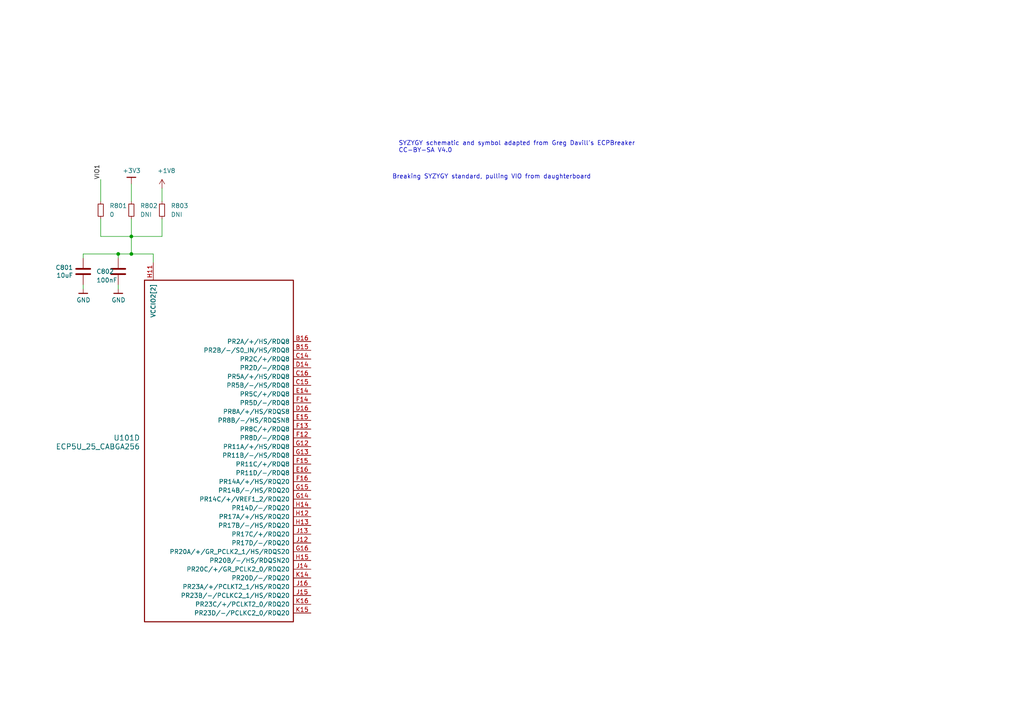
<source format=kicad_sch>
(kicad_sch (version 20201015) (generator eeschema)
  (paper "A4")
  (lib_symbols
    (symbol "Device:C" (pin_numbers hide) (pin_names (offset 0.254))
      (property "Reference" "C" (at 0.635 2.54 0))
      (property "Value" "C" (at 0.635 -2.54 0))
      (symbol "C_0_1"
        (polyline (pts (xy -2.032 -0.762) (xy 2.032 -0.762)) (stroke (width 0.508)))
        (polyline (pts (xy -2.032 0.762) (xy 2.032 0.762)) (stroke (width 0.508)))
      )
      (symbol "C_1_1"
        (pin passive line (at 0 3.81 270) (length 2.794) (name "~") (number "1"))
        (pin passive line (at 0 -3.81 90) (length 2.794) (name "~") (number "2"))
      )
    )
    (symbol "Device:R_Small" (pin_numbers hide) (pin_names (offset 0.254) hide)
      (property "Reference" "R" (at 0.762 0.508 0))
      (property "Value" "R_Small" (at 0.762 -1.016 0))
      (symbol "R_Small_0_1"
        (rectangle (start -0.762 1.778) (end 0.762 -1.778) (stroke (width 0.2032)))
      )
      (symbol "R_Small_1_1"
        (pin passive line (at 0 2.54 270) (length 0.762) (name "~") (number "1"))
        (pin passive line (at 0 -2.54 90) (length 0.762) (name "~") (number "2"))
      )
    )
    (symbol "Lattice_ECP5:ECP5U_25_CABGA256" (pin_names (offset 1.016))
      (property "Reference" "U" (at 3.81 6.35 0))
      (property "Value" "ECP5U_25_CABGA256" (at 3.81 3.81 0))
      (symbol "ECP5U_25_CABGA256_1_1"
        (rectangle (start 5.08 17.78) (end 12.7 -10.16) (stroke (width 0.3048)))
        (pin power_in line (at 7.62 -15.24 90) (length 5.08) (name "GND[27]") (number "A16"))
        (pin power_in line (at 7.62 -15.24 90) (length 5.08) (name "GND[27]") (number "H16"))
        (pin power_in line (at 7.62 -15.24 90) (length 5.08) (name "GND[27]") (number "T16"))
        (pin power_in line (at 7.62 -15.24 90) (length 5.08) (name "GND[27]") (number "D15"))
        (pin power_in line (at 7.62 -15.24 90) (length 5.08) (name "GND[27]") (number "N15"))
        (pin power_in line (at 7.62 -15.24 90) (length 5.08) (name "GND[27]") (number "T12"))
        (pin power_in line (at 7.62 -15.24 90) (length 5.08) (name "GND[27]") (number "G10"))
        (pin power_in line (at 7.62 -15.24 90) (length 5.08) (name "GND[27]") (number "H10"))
        (pin power_in line (at 7.62 -15.24 90) (length 5.08) (name "GND[27]") (number "J10"))
        (pin power_in line (at 7.62 -15.24 90) (length 5.08) (name "GND[27]") (number "K10"))
        (pin power_in line (at 7.62 -15.24 90) (length 5.08) (name "GND[27]") (number "F9"))
        (pin power_in line (at 7.62 -15.24 90) (length 5.08) (name "GND[27]") (number "H9"))
        (pin power_in line (at 7.62 -15.24 90) (length 5.08) (name "GND[27]") (number "J9"))
        (pin power_in line (at 7.62 -15.24 90) (length 5.08) (name "GND[27]") (number "K9"))
        (pin power_in line (at 7.62 -15.24 90) (length 5.08) (name "GND[27]") (number "F8"))
        (pin power_in line (at 7.62 -15.24 90) (length 5.08) (name "GND[27]") (number "G8"))
        (pin power_in line (at 7.62 -15.24 90) (length 5.08) (name "GND[27]") (number "H8"))
        (pin power_in line (at 7.62 -15.24 90) (length 5.08) (name "GND[27]") (number "J8"))
        (pin power_in line (at 7.62 -15.24 90) (length 5.08) (name "GND[27]") (number "K8"))
        (pin power_in line (at 7.62 -15.24 90) (length 5.08) (name "GND[27]") (number "K7"))
        (pin power_in line (at 7.62 -15.24 90) (length 5.08) (name "GND[27]") (number "K6"))
        (pin power_in line (at 7.62 -15.24 90) (length 5.08) (name "GND[27]") (number "T5"))
        (pin power_in line (at 7.62 -15.24 90) (length 5.08) (name "GND[27]") (number "D2"))
        (pin power_in line (at 7.62 -15.24 90) (length 5.08) (name "GND[27]") (number "N2"))
        (pin power_in line (at 7.62 -15.24 90) (length 5.08) (name "GND[27]") (number "A1"))
        (pin power_in line (at 7.62 -15.24 90) (length 5.08) (name "GND[27]") (number "H1"))
        (pin power_in line (at 7.62 -15.24 90) (length 5.08) (name "GND[27]") (number "T1"))
        (pin power_in line (at 10.16 22.86 270) (length 5.08) (name "VCC[6]") (number "L10"))
        (pin power_in line (at 10.16 22.86 270) (length 5.08) (name "VCC[6]") (number "G9"))
        (pin power_in line (at 10.16 22.86 270) (length 5.08) (name "VCC[6]") (number "L9"))
        (pin power_in line (at 10.16 22.86 270) (length 5.08) (name "VCC[6]") (number "L8"))
        (pin power_in line (at 10.16 22.86 270) (length 5.08) (name "VCC[6]") (number "G7"))
        (pin power_in line (at 10.16 22.86 270) (length 5.08) (name "VCC[6]") (number "G6"))
        (pin power_in line (at 7.62 22.86 270) (length 5.08) (name "VCCAUX[2]") (number "G11"))
        (pin power_in line (at 7.62 22.86 270) (length 5.08) (name "VCCAUX[2]") (number "L7"))
      )
      (symbol "ECP5U_25_CABGA256_2_1"
        (rectangle (start 5.08 17.78) (end 35.56 -60.96) (stroke (width 0.3048)))
        (pin bidirectional line (at 0 0 0) (length 5.08) (name "PT4A/+") (number "A2"))
        (pin bidirectional line (at 0 -2.54 0) (length 5.08) (name "PT4B/-") (number "B3"))
        (pin bidirectional line (at 0 -5.08 0) (length 5.08) (name "PT6A/+") (number "A3"))
        (pin bidirectional line (at 0 -7.62 0) (length 5.08) (name "PT6B/-") (number "A4"))
        (pin bidirectional line (at 0 -10.16 0) (length 5.08) (name "PT9A/+") (number "E4"))
        (pin bidirectional line (at 0 -12.7 0) (length 5.08) (name "PT9B/-") (number "D4"))
        (pin bidirectional line (at 0 -15.24 0) (length 5.08) (name "PT11A/+") (number "C4"))
        (pin bidirectional line (at 0 -17.78 0) (length 5.08) (name "PT11B/-") (number "B4"))
        (pin bidirectional line (at 0 -20.32 0) (length 5.08) (name "PT13A/+") (number "E5"))
        (pin bidirectional line (at 0 -22.86 0) (length 5.08) (name "PT13B/-") (number "D5"))
        (pin bidirectional line (at 0 -25.4 0) (length 5.08) (name "PT15A/+") (number "C5"))
        (pin bidirectional line (at 0 -27.94 0) (length 5.08) (name "PT15B/-") (number "B5"))
        (pin bidirectional line (at 0 -30.48 0) (length 5.08) (name "PT18A/+") (number "A5"))
        (pin bidirectional line (at 0 -33.02 0) (length 5.08) (name "PT18B/-") (number "A6"))
        (pin bidirectional line (at 0 -35.56 0) (length 5.08) (name "PT20A/+") (number "E6"))
        (pin bidirectional line (at 0 -38.1 0) (length 5.08) (name "PT20B/-") (number "D6"))
        (pin bidirectional line (at 0 -40.64 0) (length 5.08) (name "PT22A/+") (number "C6"))
        (pin bidirectional line (at 0 -43.18 0) (length 5.08) (name "PT22B/-") (number "B6"))
        (pin bidirectional line (at 0 -45.72 0) (length 5.08) (name "PT24A/+/GR_PCLK0_1") (number "E7"))
        (pin bidirectional line (at 0 -48.26 0) (length 5.08) (name "PT24B/-/GR_PCLK0_0") (number "D7"))
        (pin bidirectional line (at 0 -50.8 0) (length 5.08) (name "PT27A/+/PCLKT0_1") (number "C7"))
        (pin bidirectional line (at 0 -53.34 0) (length 5.08) (name "PT27B/-/PCLKC0_1") (number "B7"))
        (pin bidirectional line (at 0 -55.88 0) (length 5.08) (name "PT29A/+/PCLKT0_0") (number "A7"))
        (pin bidirectional line (at 0 -58.42 0) (length 5.08) (name "PT29B/-/PCLKC0_0") (number "A8"))
        (pin power_in line (at 33.02 22.86 270) (length 5.08) (name "VCCIO0[2]") (number "F7"))
        (pin power_in line (at 33.02 22.86 270) (length 5.08) (name "VCCIO0[2]") (number "F6"))
      )
      (symbol "ECP5U_25_CABGA256_3_1"
        (rectangle (start 5.08 17.78) (end 35.56 -81.28) (stroke (width 0.3048)))
        (pin bidirectional line (at 0 0 0) (length 5.08) (name "PT33A/+/PCLKT1_1") (number "E8"))
        (pin bidirectional line (at 0 -2.54 0) (length 5.08) (name "PT33B/-/PCLKC1_1") (number "D8"))
        (pin bidirectional line (at 0 -5.08 0) (length 5.08) (name "PT35A/+/PCLKT1_0") (number "C8"))
        (pin bidirectional line (at 0 -7.62 0) (length 5.08) (name "PT35B/-/PCLKC1_0") (number "B8"))
        (pin bidirectional line (at 0 -10.16 0) (length 5.08) (name "PT38A/+/GR_PCLK1_0") (number "B9"))
        (pin bidirectional line (at 0 -12.7 0) (length 5.08) (name "PT38B/-/GR_PCLK1_1") (number "C9"))
        (pin bidirectional line (at 0 -15.24 0) (length 5.08) (name "PT40A/+") (number "D9"))
        (pin bidirectional line (at 0 -17.78 0) (length 5.08) (name "PT40B/-") (number "E9"))
        (pin bidirectional line (at 0 -20.32 0) (length 5.08) (name "PT42A/+") (number "A9"))
        (pin bidirectional line (at 0 -22.86 0) (length 5.08) (name "PT42B/-") (number "A10"))
        (pin bidirectional line (at 0 -25.4 0) (length 5.08) (name "PT44A/+") (number "B10"))
        (pin bidirectional line (at 0 -27.94 0) (length 5.08) (name "PT44B/-") (number "C10"))
        (pin bidirectional line (at 0 -30.48 0) (length 5.08) (name "PT47A/+") (number "D10"))
        (pin bidirectional line (at 0 -33.02 0) (length 5.08) (name "PT47B/-") (number "E10"))
        (pin bidirectional line (at 0 -35.56 0) (length 5.08) (name "PT49A/+") (number "B11"))
        (pin bidirectional line (at 0 -38.1 0) (length 5.08) (name "PT49B/-") (number "C11"))
        (pin bidirectional line (at 0 -40.64 0) (length 5.08) (name "PT51A/+") (number "D11"))
        (pin bidirectional line (at 0 -43.18 0) (length 5.08) (name "PT51B/-") (number "E11"))
        (pin bidirectional line (at 0 -45.72 0) (length 5.08) (name "PT53A/+") (number "A11"))
        (pin bidirectional line (at 0 -48.26 0) (length 5.08) (name "PT53B/-") (number "A12"))
        (pin bidirectional line (at 0 -50.8 0) (length 5.08) (name "PT56A/+") (number "B12"))
        (pin bidirectional line (at 0 -53.34 0) (length 5.08) (name "PT56B/-") (number "C12"))
        (pin bidirectional line (at 0 -55.88 0) (length 5.08) (name "PT58A/+") (number "D12"))
        (pin bidirectional line (at 0 -58.42 0) (length 5.08) (name "PT58B/-") (number "E12"))
        (pin bidirectional line (at 0 -60.96 0) (length 5.08) (name "PT60A/+") (number "B13"))
        (pin bidirectional line (at 0 -63.5 0) (length 5.08) (name "PT60B/-") (number "C13"))
        (pin bidirectional line (at 0 -66.04 0) (length 5.08) (name "PT62A/+") (number "D13"))
        (pin bidirectional line (at 0 -68.58 0) (length 5.08) (name "PT62B/-") (number "E13"))
        (pin bidirectional line (at 0 -71.12 0) (length 5.08) (name "PT65A/+") (number "A13"))
        (pin bidirectional line (at 0 -73.66 0) (length 5.08) (name "PT65B/-") (number "A14"))
        (pin bidirectional line (at 0 -76.2 0) (length 5.08) (name "PT67A/+") (number "B14"))
        (pin bidirectional line (at 0 -78.74 0) (length 5.08) (name "PT67B/-") (number "A15"))
        (pin power_in line (at 33.02 22.86 270) (length 5.08) (name "VCCIO1[2]") (number "F11"))
        (pin power_in line (at 33.02 22.86 270) (length 5.08) (name "VCCIO1[2]") (number "F10"))
      )
      (symbol "ECP5U_25_CABGA256_4_1"
        (rectangle (start 5.08 17.78) (end 48.26 -81.28) (stroke (width 0.3048)))
        (pin bidirectional line (at 0 0 0) (length 5.08) (name "PR2A/+/HS/RDQ8") (number "B16"))
        (pin bidirectional line (at 0 -2.54 0) (length 5.08) (name "PR2B/-/S0_IN/HS/RDQ8") (number "B15"))
        (pin bidirectional line (at 0 -5.08 0) (length 5.08) (name "PR2C/+/RDQ8") (number "C14"))
        (pin bidirectional line (at 0 -7.62 0) (length 5.08) (name "PR2D/-/RDQ8") (number "D14"))
        (pin bidirectional line (at 0 -10.16 0) (length 5.08) (name "PR5A/+/HS/RDQ8") (number "C16"))
        (pin bidirectional line (at 0 -12.7 0) (length 5.08) (name "PR5B/-/HS/RDQ8") (number "C15"))
        (pin bidirectional line (at 0 -15.24 0) (length 5.08) (name "PR5C/+/RDQ8") (number "E14"))
        (pin bidirectional line (at 0 -17.78 0) (length 5.08) (name "PR5D/-/RDQ8") (number "F14"))
        (pin bidirectional line (at 0 -20.32 0) (length 5.08) (name "PR8A/+/HS/RDQS8") (number "D16"))
        (pin bidirectional line (at 0 -22.86 0) (length 5.08) (name "PR8B/-/HS/RDQSN8") (number "E15"))
        (pin bidirectional line (at 0 -25.4 0) (length 5.08) (name "PR8C/+/RDQ8") (number "F13"))
        (pin bidirectional line (at 0 -27.94 0) (length 5.08) (name "PR8D/-/RDQ8") (number "F12"))
        (pin bidirectional line (at 0 -30.48 0) (length 5.08) (name "PR11A/+/HS/RDQ8") (number "G12"))
        (pin bidirectional line (at 0 -33.02 0) (length 5.08) (name "PR11B/-/HS/RDQ8") (number "G13"))
        (pin bidirectional line (at 0 -35.56 0) (length 5.08) (name "PR11C/+/RDQ8") (number "F15"))
        (pin bidirectional line (at 0 -38.1 0) (length 5.08) (name "PR11D/-/RDQ8") (number "E16"))
        (pin bidirectional line (at 0 -40.64 0) (length 5.08) (name "PR14A/+/HS/RDQ20") (number "F16"))
        (pin bidirectional line (at 0 -43.18 0) (length 5.08) (name "PR14B/-/HS/RDQ20") (number "G15"))
        (pin bidirectional line (at 0 -45.72 0) (length 5.08) (name "PR14C/+/VREF1_2/RDQ20") (number "G14"))
        (pin bidirectional line (at 0 -48.26 0) (length 5.08) (name "PR14D/-/RDQ20") (number "H14"))
        (pin bidirectional line (at 0 -50.8 0) (length 5.08) (name "PR17A/+/HS/RDQ20") (number "H12"))
        (pin bidirectional line (at 0 -53.34 0) (length 5.08) (name "PR17B/-/HS/RDQ20") (number "H13"))
        (pin bidirectional line (at 0 -55.88 0) (length 5.08) (name "PR17C/+/RDQ20") (number "J13"))
        (pin bidirectional line (at 0 -58.42 0) (length 5.08) (name "PR17D/-/RDQ20") (number "J12"))
        (pin bidirectional line (at 0 -60.96 0) (length 5.08) (name "PR20A/+/GR_PCLK2_1/HS/RDQS20") (number "G16"))
        (pin bidirectional line (at 0 -63.5 0) (length 5.08) (name "PR20B/-/HS/RDQSN20") (number "H15"))
        (pin bidirectional line (at 0 -66.04 0) (length 5.08) (name "PR20C/+/GR_PCLK2_0/RDQ20") (number "J14"))
        (pin bidirectional line (at 0 -68.58 0) (length 5.08) (name "PR20D/-/RDQ20") (number "K14"))
        (pin bidirectional line (at 0 -71.12 0) (length 5.08) (name "PR23A/+/PCLKT2_1/HS/RDQ20") (number "J16"))
        (pin bidirectional line (at 0 -73.66 0) (length 5.08) (name "PR23B/-/PCLKC2_1/HS/RDQ20") (number "J15"))
        (pin bidirectional line (at 0 -76.2 0) (length 5.08) (name "PR23C/+/PCLKT2_0/RDQ20") (number "K16"))
        (pin bidirectional line (at 0 -78.74 0) (length 5.08) (name "PR23D/-/PCLKC2_0/RDQ20") (number "K15"))
        (pin power_in line (at 45.72 22.86 270) (length 5.08) (name "VCCIO2[2]") (number "H11"))
        (pin power_in line (at 45.72 22.86 270) (length 5.08) (name "VCCIO2[2]") (number "J11"))
      )
      (symbol "ECP5U_25_CABGA256_5_1"
        (rectangle (start 5.08 17.78) (end 48.26 -81.28) (stroke (width 0.3048)))
        (pin bidirectional line (at 0 0 0) (length 5.08) (name "PR26A/+/PCLKT3_1/HS/RDQ32") (number "L16"))
        (pin bidirectional line (at 0 -2.54 0) (length 5.08) (name "PR26B/-/PCLKC3_1/HS/RDQ32") (number "L15"))
        (pin bidirectional line (at 0 -5.08 0) (length 5.08) (name "PR26C/+/PCLKT3_0/RDQ32") (number "M16"))
        (pin bidirectional line (at 0 -7.62 0) (length 5.08) (name "PR26D/-/PCLKC3_0/RDQ32") (number "M15"))
        (pin bidirectional line (at 0 -10.16 0) (length 5.08) (name "PR29A/+/GR_PCLK3_0/HS/RDQ32") (number "K13"))
        (pin bidirectional line (at 0 -12.7 0) (length 5.08) (name "PR29B/-/HS/RDQ32") (number "K12"))
        (pin bidirectional line (at 0 -15.24 0) (length 5.08) (name "PR29C/+/GR_PCLK3_1/RDQ32") (number "L13"))
        (pin bidirectional line (at 0 -17.78 0) (length 5.08) (name "PR29D/-/RDQ32") (number "L12"))
        (pin bidirectional line (at 0 -20.32 0) (length 5.08) (name "PR32A/+/HS/RDQS32") (number "N16"))
        (pin bidirectional line (at 0 -22.86 0) (length 5.08) (name "PR32B/-/HS/RDQSN32") (number "P15"))
        (pin bidirectional line (at 0 -25.4 0) (length 5.08) (name "PR32C/+/RDQ32") (number "L14"))
        (pin bidirectional line (at 0 -27.94 0) (length 5.08) (name "PR32D/-/RDQ32") (number "M14"))
        (pin bidirectional line (at 0 -30.48 0) (length 5.08) (name "PR35A/+/HS/RDQ32") (number "P16"))
        (pin bidirectional line (at 0 -33.02 0) (length 5.08) (name "PR35B/-/VREF1_3/HS/RDQ32") (number "R16"))
        (pin bidirectional line (at 0 -35.56 0) (length 5.08) (name "PR35C/+/RDQ32") (number "M13"))
        (pin bidirectional line (at 0 -38.1 0) (length 5.08) (name "PR35D/-/RDQ32") (number "N14"))
        (pin bidirectional line (at 0 -40.64 0) (length 5.08) (name "PR38A/+/HS/RDQ44") (number "N13"))
        (pin bidirectional line (at 0 -43.18 0) (length 5.08) (name "PR38B/-/HS/RDQ44") (number "P14"))
        (pin bidirectional line (at 0 -45.72 0) (length 5.08) (name "PR38C/+/RDQ44") (number "R15"))
        (pin bidirectional line (at 0 -48.26 0) (length 5.08) (name "PR38D/-/RDQ44") (number "T15"))
        (pin bidirectional line (at 0 -50.8 0) (length 5.08) (name "PR41A/+/HS/RDQ44") (number "P13"))
        (pin bidirectional line (at 0 -53.34 0) (length 5.08) (name "PR41B/-/HS/RDQ44") (number "R14"))
        (pin bidirectional line (at 0 -55.88 0) (length 5.08) (name "PR41C/+/RDQ44") (number "R13"))
        (pin bidirectional line (at 0 -58.42 0) (length 5.08) (name "PR41D/-/RDQ44") (number "T14"))
        (pin bidirectional line (at 0 -60.96 0) (length 5.08) (name "PR44A/+/HS/RDQS44") (number "R12"))
        (pin bidirectional line (at 0 -63.5 0) (length 5.08) (name "PR44B/-/HS/RDQSN44") (number "T13"))
        (pin bidirectional line (at 0 -66.04 0) (length 5.08) (name "PR44C/+/RDQ44") (number "M12"))
        (pin bidirectional line (at 0 -68.58 0) (length 5.08) (name "PR44D/-/RDQ44") (number "N12"))
        (pin bidirectional line (at 0 -71.12 0) (length 5.08) (name "PR47A/+/HS/RDQ44") (number "M11"))
        (pin bidirectional line (at 0 -73.66 0) (length 5.08) (name "PR47B/-/HS/RDQ44") (number "N11"))
        (pin bidirectional line (at 0 -76.2 0) (length 5.08) (name "PR47C/+/LRC_GPLL0T_IN/RDQ44") (number "P11"))
        (pin bidirectional line (at 0 -78.74 0) (length 5.08) (name "PR47D/-/LRC_GPLL0C_IN/RDQ44") (number "P12"))
        (pin power_in line (at 45.72 22.86 270) (length 5.08) (name "VCCIO3[2]") (number "K11"))
        (pin power_in line (at 45.72 22.86 270) (length 5.08) (name "VCCIO3[2]") (number "L11"))
      )
      (symbol "ECP5U_25_CABGA256_6_1"
        (rectangle (start 5.08 17.78) (end 48.26 -81.28) (stroke (width 0.3048)))
        (pin bidirectional line (at 0 0 0) (length 5.08) (name "PL26A/+/PCLKT6_1/HS/LDQ32") (number "L1"))
        (pin bidirectional line (at 0 -2.54 0) (length 5.08) (name "PL26B/-/PCLKC6_1/HS/LDQ32") (number "L2"))
        (pin bidirectional line (at 0 -5.08 0) (length 5.08) (name "PL26C/+/PCLKT6_0/LDQ32") (number "M1"))
        (pin bidirectional line (at 0 -7.62 0) (length 5.08) (name "PL26D/-/PCLKC6_0/LDQ32") (number "M2"))
        (pin bidirectional line (at 0 -10.16 0) (length 5.08) (name "PL29A/+/GR_PCLK6_0/HS/LDQ32") (number "K4"))
        (pin bidirectional line (at 0 -12.7 0) (length 5.08) (name "PL29B/-/HS/LDQ32") (number "K5"))
        (pin bidirectional line (at 0 -15.24 0) (length 5.08) (name "PL29C/+/GR_PCLK6_1/LDQ32") (number "L4"))
        (pin bidirectional line (at 0 -17.78 0) (length 5.08) (name "PL29D/-/LDQ32") (number "L5"))
        (pin bidirectional line (at 0 -20.32 0) (length 5.08) (name "PL32A/+/HS/LDQS32") (number "N1"))
        (pin bidirectional line (at 0 -22.86 0) (length 5.08) (name "PL32B/-/HS/LDQSN32") (number "P2"))
        (pin bidirectional line (at 0 -25.4 0) (length 5.08) (name "PL32C/+/LDQ32") (number "L3"))
        (pin bidirectional line (at 0 -27.94 0) (length 5.08) (name "PL32D/-/LDQ32") (number "M3"))
        (pin bidirectional line (at 0 -30.48 0) (length 5.08) (name "PL35A/+/HS/LDQ32") (number "P1"))
        (pin bidirectional line (at 0 -33.02 0) (length 5.08) (name "PL35B/-/VREF1_6/HS/LDQ32") (number "R1"))
        (pin bidirectional line (at 0 -35.56 0) (length 5.08) (name "PL35C/+/LDQ32") (number "M4"))
        (pin bidirectional line (at 0 -38.1 0) (length 5.08) (name "PL35D/-/LDQ32") (number "N3"))
        (pin bidirectional line (at 0 -40.64 0) (length 5.08) (name "PL38A/+/HS/LDQ44") (number "N4"))
        (pin bidirectional line (at 0 -43.18 0) (length 5.08) (name "PL38B/-/HS/LDQ44") (number "P3"))
        (pin bidirectional line (at 0 -45.72 0) (length 5.08) (name "PL38C/+/LDQ44") (number "R2"))
        (pin bidirectional line (at 0 -48.26 0) (length 5.08) (name "PL38D/-/LDQ44") (number "T2"))
        (pin bidirectional line (at 0 -50.8 0) (length 5.08) (name "PL41A/+/HS/LDQ44") (number "P4"))
        (pin bidirectional line (at 0 -53.34 0) (length 5.08) (name "PL41B/-/HS/LDQ44") (number "R3"))
        (pin bidirectional line (at 0 -55.88 0) (length 5.08) (name "PL41C/+/LDQ44") (number "R4"))
        (pin bidirectional line (at 0 -58.42 0) (length 5.08) (name "PL41D/-/LDQ44") (number "T3"))
        (pin bidirectional line (at 0 -60.96 0) (length 5.08) (name "PL44A/+/HS/LDQS44") (number "R5"))
        (pin bidirectional line (at 0 -63.5 0) (length 5.08) (name "PL44B/-/HS/LDQSN44") (number "T4"))
        (pin bidirectional line (at 0 -66.04 0) (length 5.08) (name "PL44C/+/LDQ44") (number "M5"))
        (pin bidirectional line (at 0 -68.58 0) (length 5.08) (name "PL44D/-/LDQ44") (number "N5"))
        (pin bidirectional line (at 0 -71.12 0) (length 5.08) (name "PL47A/+/HS/LDQ44") (number "M6"))
        (pin bidirectional line (at 0 -73.66 0) (length 5.08) (name "PL47B/-/HS/LDQ44") (number "N6"))
        (pin bidirectional line (at 0 -76.2 0) (length 5.08) (name "PL47C/+/LLC_GPLL0T_IN/LDQ44") (number "P6"))
        (pin bidirectional line (at 0 -78.74 0) (length 5.08) (name "PL47D/-/LLC_GPLL0C_IN/LDQ44") (number "P5"))
        (pin power_in line (at 45.72 22.86 270) (length 5.08) (name "VCCIO6[2]") (number "J7"))
        (pin power_in line (at 45.72 22.86 270) (length 5.08) (name "VCCIO6[2]") (number "J6"))
      )
      (symbol "ECP5U_25_CABGA256_7_1"
        (rectangle (start 5.08 17.78) (end 48.26 -81.28) (stroke (width 0.3048)))
        (pin bidirectional line (at 0 0 0) (length 5.08) (name "PL2A/+/HS/LDQ8") (number "B1"))
        (pin bidirectional line (at 0 -2.54 0) (length 5.08) (name "PL2B/-/HS/LDQ8") (number "B2"))
        (pin bidirectional line (at 0 -5.08 0) (length 5.08) (name "PL2C/+/LDQ8") (number "C3"))
        (pin bidirectional line (at 0 -7.62 0) (length 5.08) (name "PL2D/-/LDQ8") (number "D3"))
        (pin bidirectional line (at 0 -10.16 0) (length 5.08) (name "PL5A/+/HS/LDQ8") (number "C1"))
        (pin bidirectional line (at 0 -12.7 0) (length 5.08) (name "PL5B/-/HS/LDQ8") (number "C2"))
        (pin bidirectional line (at 0 -15.24 0) (length 5.08) (name "PL5C/+/LDQ8") (number "E3"))
        (pin bidirectional line (at 0 -17.78 0) (length 5.08) (name "PL5D/-/LDQ8") (number "F3"))
        (pin bidirectional line (at 0 -20.32 0) (length 5.08) (name "PL8A/+/HS/LDQS8") (number "D1"))
        (pin bidirectional line (at 0 -22.86 0) (length 5.08) (name "PL8B/-/HS/LDQSN8") (number "E2"))
        (pin bidirectional line (at 0 -25.4 0) (length 5.08) (name "PL8C/+/LDQ8") (number "F4"))
        (pin bidirectional line (at 0 -27.94 0) (length 5.08) (name "PL8D/-/LDQ8") (number "F5"))
        (pin bidirectional line (at 0 -30.48 0) (length 5.08) (name "PL11A/+/HS/LDQ8") (number "G5"))
        (pin bidirectional line (at 0 -33.02 0) (length 5.08) (name "PL11B/-/HS/LDQ8") (number "G4"))
        (pin bidirectional line (at 0 -35.56 0) (length 5.08) (name "PL11C/+/LDQ8") (number "F2"))
        (pin bidirectional line (at 0 -38.1 0) (length 5.08) (name "PL11D/-/LDQ8") (number "E1"))
        (pin bidirectional line (at 0 -40.64 0) (length 5.08) (name "PL14A/+/HS/LDQ20") (number "F1"))
        (pin bidirectional line (at 0 -43.18 0) (length 5.08) (name "PL14B/-/HS/LDQ20") (number "G2"))
        (pin bidirectional line (at 0 -45.72 0) (length 5.08) (name "PL14C/+/VREF1_7/LDQ20") (number "G3"))
        (pin bidirectional line (at 0 -48.26 0) (length 5.08) (name "PL14D/-/LDQ20") (number "H3"))
        (pin bidirectional line (at 0 -50.8 0) (length 5.08) (name "PL17A/+/HS/LDQ20") (number "H5"))
        (pin bidirectional line (at 0 -53.34 0) (length 5.08) (name "PL17B/-/HS/LDQ20") (number "H4"))
        (pin bidirectional line (at 0 -55.88 0) (length 5.08) (name "PL17C/+/LDQ20") (number "J4"))
        (pin bidirectional line (at 0 -58.42 0) (length 5.08) (name "PL17D/-/LDQ20") (number "J5"))
        (pin bidirectional line (at 0 -60.96 0) (length 5.08) (name "PL20A/+/GR_PCLK7_1/HS/LDQS20") (number "G1"))
        (pin bidirectional line (at 0 -63.5 0) (length 5.08) (name "PL20B/-/HS/LDQSN20") (number "H2"))
        (pin bidirectional line (at 0 -66.04 0) (length 5.08) (name "PL20C/+/GR_PCLK7_0/LDQ20") (number "J3"))
        (pin bidirectional line (at 0 -68.58 0) (length 5.08) (name "PL20D/-/LDQ20") (number "K3"))
        (pin bidirectional line (at 0 -71.12 0) (length 5.08) (name "PL23A/+/PCLKT7_1/HS/LDQ20") (number "J1"))
        (pin bidirectional line (at 0 -73.66 0) (length 5.08) (name "PL23B/-/PCLKC7_1/HS/LDQ20") (number "J2"))
        (pin bidirectional line (at 0 -76.2 0) (length 5.08) (name "PL23C/+/PCLKT7_0/LDQ20") (number "K1"))
        (pin bidirectional line (at 0 -78.74 0) (length 5.08) (name "PL23D/-/PCLKC7_0/LDQ20") (number "K2"))
        (pin power_in line (at 45.72 22.86 270) (length 5.08) (name "VCCIO7[2]") (number "H7"))
        (pin power_in line (at 45.72 22.86 270) (length 5.08) (name "VCCIO7[2]") (number "H6"))
      )
      (symbol "ECP5U_25_CABGA256_8_1"
        (rectangle (start 5.08 12.7) (end 53.34 -50.8) (stroke (width 0.3048)))
        (pin bidirectional line (at 0 0 0) (length 5.08) (name "CCLK/MCLK/SCK") (number "N9"))
        (pin bidirectional line (at 0 -2.54 0) (length 5.08) (name "CFG_0") (number "N10"))
        (pin bidirectional line (at 0 -5.08 0) (length 5.08) (name "CFG_1") (number "P10"))
        (pin bidirectional line (at 0 -7.62 0) (length 5.08) (name "CFG_2") (number "R10"))
        (pin bidirectional line (at 0 -10.16 0) (length 5.08) (name "DONE") (number "P9"))
        (pin bidirectional line (at 0 -12.7 0) (length 5.08) (name "INITN") (number "T9"))
        (pin bidirectional line (at 0 -15.24 0) (length 5.08) (name "PB4A/+/D7/IO7") (number "T6"))
        (pin bidirectional line (at 0 -17.78 0) (length 5.08) (name "PB4B/-/D6/IO6") (number "R6"))
        (pin bidirectional line (at 0 -20.32 0) (length 5.08) (name "PB6A/+/D5/MISO2/IO5") (number "R7"))
        (pin bidirectional line (at 0 -22.86 0) (length 5.08) (name "PB6B/-/D4/MOSI2/IO4") (number "P7"))
        (pin bidirectional line (at 0 -25.4 0) (length 5.08) (name "PB9A/+/D3/IO3") (number "N7"))
        (pin bidirectional line (at 0 -27.94 0) (length 5.08) (name "PB9B/-/D2/IO2") (number "M7"))
        (pin bidirectional line (at 0 -30.48 0) (length 5.08) (name "PB11A/+/D1/MISO/IO1") (number "T7"))
        (pin bidirectional line (at 0 -33.02 0) (length 5.08) (name "PB11B/-/D0/MOSI/IO0") (number "T8"))
        (pin bidirectional line (at 0 -35.56 0) (length 5.08) (name "PB13A/+/SN/CSN") (number "R8"))
        (pin bidirectional line (at 0 -38.1 0) (length 5.08) (name "PB13B/-/CS1N") (number "P8"))
        (pin bidirectional line (at 0 -40.64 0) (length 5.08) (name "PB15A/+/HOLDN/DI/BUSY/CSSPIN/CEN") (number "N8"))
        (pin bidirectional line (at 0 -43.18 0) (length 5.08) (name "PB15B/-/DOUT/CSON") (number "M8"))
        (pin bidirectional line (at 0 -45.72 0) (length 5.08) (name "PB18A/WRITEN") (number "M9"))
        (pin bidirectional line (at 0 -48.26 0) (length 5.08) (name "PROGRAMN") (number "R9"))
        (pin power_in line (at 50.8 17.78 270) (length 5.08) (name "VCCIO8") (number "L6"))
      )
      (symbol "ECP5U_25_CABGA256_9_1"
        (rectangle (start 5.08 2.54) (end 12.7 -10.16) (stroke (width 0.3048)))
        (pin bidirectional line (at 0 0 0) (length 5.08) (name "TCK") (number "T10"))
        (pin bidirectional line (at 0 -2.54 0) (length 5.08) (name "TDI") (number "R11"))
        (pin bidirectional line (at 0 -5.08 0) (length 5.08) (name "TDO") (number "M10"))
        (pin bidirectional line (at 0 -7.62 0) (length 5.08) (name "TMS") (number "T11"))
      )
    )
    (symbol "gkl_power:+3V3" (power) (pin_names (offset 0))
      (property "Value" "+3V3" (at 0 3.556 0))
      (symbol "+3V3_0_1"
        (polyline (pts (xy -1.27 1.905) (xy 1.27 1.905)) (stroke (width 0.3048)))
        (polyline (pts (xy 0 0) (xy 0 1.905)))
      )
      (symbol "+3V3_1_1"
        (pin power_in line (at 0 0 90) (length 0) hide (name "+3V3") (number "1"))
      )
    )
    (symbol "gkl_power:GND" (power) (pin_names (offset 0))
      (property "Value" "GND" (at 0 -2.54 0))
      (symbol "GND_0_1"
        (polyline (pts (xy 0 -1.27) (xy 0 0)))
        (polyline (pts (xy 1.27 -1.27) (xy -1.27 -1.27)) (stroke (width 0.3048)))
      )
      (symbol "GND_1_1"
        (pin power_in line (at 0 0 270) (length 0) hide (name "GND") (number "1"))
      )
    )
    (symbol "power:+1V8" (power) (pin_names (offset 0))
      (property "Value" "+1V8" (at 0 3.556 0))
      (symbol "+1V8_0_1"
        (polyline (pts (xy -0.762 1.27) (xy 0 2.54)))
        (polyline (pts (xy 0 0) (xy 0 2.54)))
        (polyline (pts (xy 0 2.54) (xy 0.762 1.27)))
      )
      (symbol "+1V8_1_1"
        (pin power_in line (at 0 0 90) (length 0) hide (name "+1V8") (number "1"))
      )
    )
  )
  (junction (at 34.29 73.66) (diameter 0.9144))
  (junction (at 38.1 68.58) (diameter 0.9144))
  (junction (at 38.1 73.66) (diameter 0.9144))
  (wire (pts (xy 24.13 73.66) (xy 24.13 74.93)))
  (wire (pts (xy 24.13 73.66) (xy 34.29 73.66)))
  (wire (pts (xy 24.13 82.55) (xy 24.13 83.82)))
  (wire (pts (xy 29.21 52.07) (xy 29.21 58.42)))
  (wire (pts (xy 29.21 63.5) (xy 29.21 68.58)))
  (wire (pts (xy 29.21 68.58) (xy 38.1 68.58)))
  (wire (pts (xy 34.29 73.66) (xy 34.29 74.93)))
  (wire (pts (xy 34.29 73.66) (xy 38.1 73.66)))
  (wire (pts (xy 34.29 82.55) (xy 34.29 83.82)))
  (wire (pts (xy 38.1 53.34) (xy 38.1 58.42)))
  (wire (pts (xy 38.1 63.5) (xy 38.1 68.58)))
  (wire (pts (xy 38.1 68.58) (xy 38.1 73.66)))
  (wire (pts (xy 38.1 73.66) (xy 44.45 73.66)))
  (wire (pts (xy 44.45 73.66) (xy 44.45 76.2)))
  (wire (pts (xy 46.99 54.61) (xy 46.99 58.42)))
  (wire (pts (xy 46.99 63.5) (xy 46.99 68.58)))
  (wire (pts (xy 46.99 68.58) (xy 38.1 68.58)))
  (text "SYZYGY schematic and symbol adapted from Greg Davill's ECPBreaker\nCC-BY-SA V4.0" (at 115.57 44.45 0) (effects (font (size 1.27 1.27)) (justify left bottom)))
  (text "Breaking SYZYGY standard, pulling VIO from daughterboard" (at 171.45 52.07 0) (effects (font (size 1.27 1.27)) (justify right bottom)))
  (label "VIO1" (at 29.21 52.07 90))
  (symbol (lib_id "gkl_power:GND") (at 24.13 83.82 0) (unit 1)
    (property "Reference" "#PWR0284" (effects hide))
    (property "Value" "GND" (at 24.2062 87.0204 0))
  )
  (symbol (lib_id "gkl_power:GND") (at 34.29 83.82 0) (unit 1)
    (property "Reference" "#PWR0283" (effects hide))
    (property "Value" "GND" (at 34.3662 87.0204 0))
  )
  (symbol (lib_id "power:+1V8") (at 46.99 54.61 0) (unit 1)
    (property "Reference" "#PWR0285" (effects hide))
    (property "Value" "+1V8" (at 48.26 49.53 0))
  )
  (symbol (lib_id "gkl_power:+3V3") (at 38.1 53.34 0) (unit 1)
    (property "Reference" "#PWR0286" (effects hide))
    (property "Value" "+3V3" (at 38.1762 49.5046 0))
  )
  (symbol (lib_id "Device:R_Small") (at 29.21 60.96 0) (unit 1)
    (property "Reference" "R801" (at 31.75 59.69 0) (effects (justify left)))
    (property "Value" "0" (at 31.75 62.23 0) (effects (justify left)))
    (property "Footprint" "Resistor_SMD:R_0402_1005Metric" (effects hide))
  )
  (symbol (lib_id "Device:R_Small") (at 38.1 60.96 0) (unit 1)
    (property "Reference" "R802" (at 40.64 59.69 0) (effects (justify left)))
    (property "Value" "DNI" (at 40.64 62.23 0) (effects (justify left)))
    (property "Footprint" "Resistor_SMD:R_0402_1005Metric" (effects hide))
  )
  (symbol (lib_id "Device:R_Small") (at 46.99 60.96 0) (unit 1)
    (property "Reference" "R803" (at 49.53 59.69 0) (effects (justify left)))
    (property "Value" "DNI" (at 49.53 62.23 0) (effects (justify left)))
    (property "Footprint" "Resistor_SMD:R_0402_1005Metric" (effects hide))
  )
  (symbol (lib_id "Device:C") (at 24.13 78.74 0) (unit 1)
    (property "Reference" "C801" (at 21.209 77.597 0) (effects (justify right)))
    (property "Value" "10uF" (at 21.209 79.883 0) (effects (justify right)))
    (property "Footprint" "Capacitor_SMD:C_0603_1608Metric" (effects hide))
    (property "Mfg" "Yageo" (effects hide))
    (property "PN" "CC0603KRX5R5BB106" (effects hide))
  )
  (symbol (lib_id "Device:C") (at 34.29 78.74 0) (unit 1)
    (property "Reference" "C802" (at 27.94 78.74 0) (effects (justify left)))
    (property "Value" "100nF" (at 27.94 81.28 0) (effects (justify left)))
    (property "Footprint" "Capacitor_SMD:C_0402_1005Metric" (effects hide))
    (property "Mfg" "Samsung Electro-Mechanics" (effects hide))
    (property "PN" "CL05B104KP5NNNC" (effects hide))
  )
  (symbol (lib_id "Lattice_ECP5:ECP5U_25_CABGA256") (at 90.17 99.06 0) (mirror y) (unit 4)
    (property "Reference" "U101" (at 40.64 127 0) (effects (font (size 1.524 1.524)) (justify left)))
    (property "Value" "ECP5U_25_CABGA256" (at 40.64 129.54 0) (effects (font (size 1.524 1.524)) (justify left)))
    (property "Footprint" "Package_BGA:BGA-256_14.0x14.0mm_Layout16x16_P0.8mm_Ball0.45mm_Pad0.32mm_NSMD" (effects hide))
    (property "manf#" "ECP5U_25" (effects hide))
  )
)
</source>
